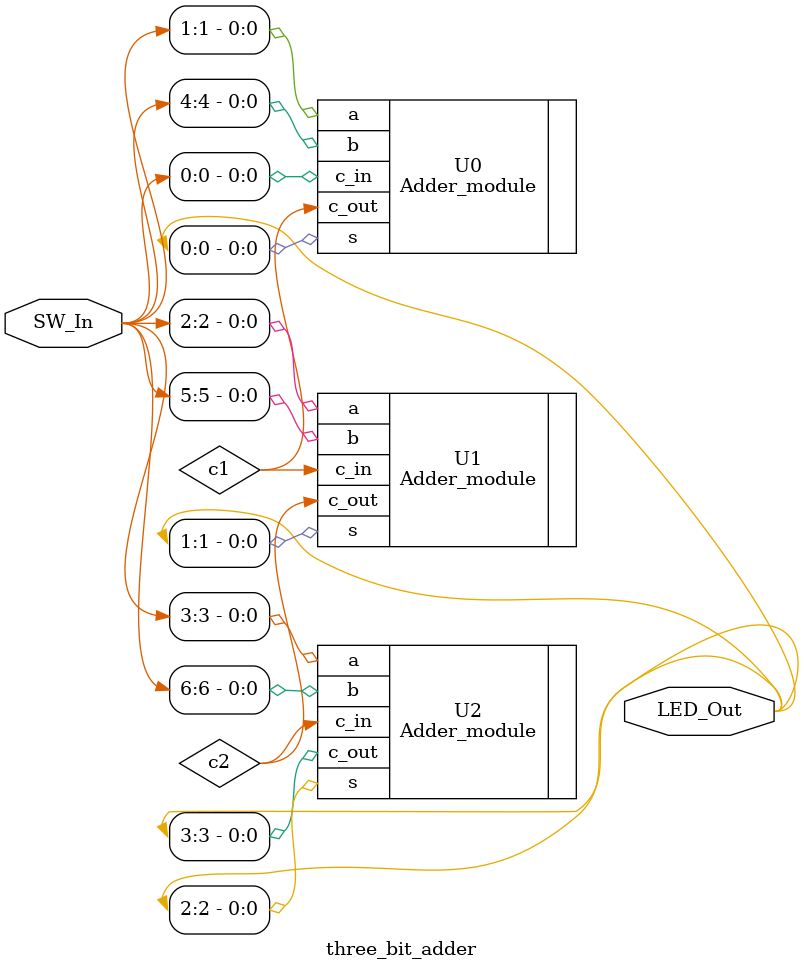
<source format=v>
module three_bit_adder(SW_In, LED_Out);
	input [6:0]SW_In;
	output [3:0]LED_Out;
	wire c1, c2;
	
	Adder_module U0 (.a(SW_In[1]), .b(SW_In[4]), .c_in(SW_In[0]), .s(LED_Out[0]), .c_out(c1));
	Adder_module U1 (.a(SW_In[2]), .b(SW_In[5]), .c_in(c1), .s(LED_Out[1]), .c_out(c2));
	Adder_module U2 (.a(SW_In[3]), .b(SW_In[6]), .c_in(c2), .s(LED_Out[2]), .c_out(LED_Out[3]));
	
endmodule
 
</source>
